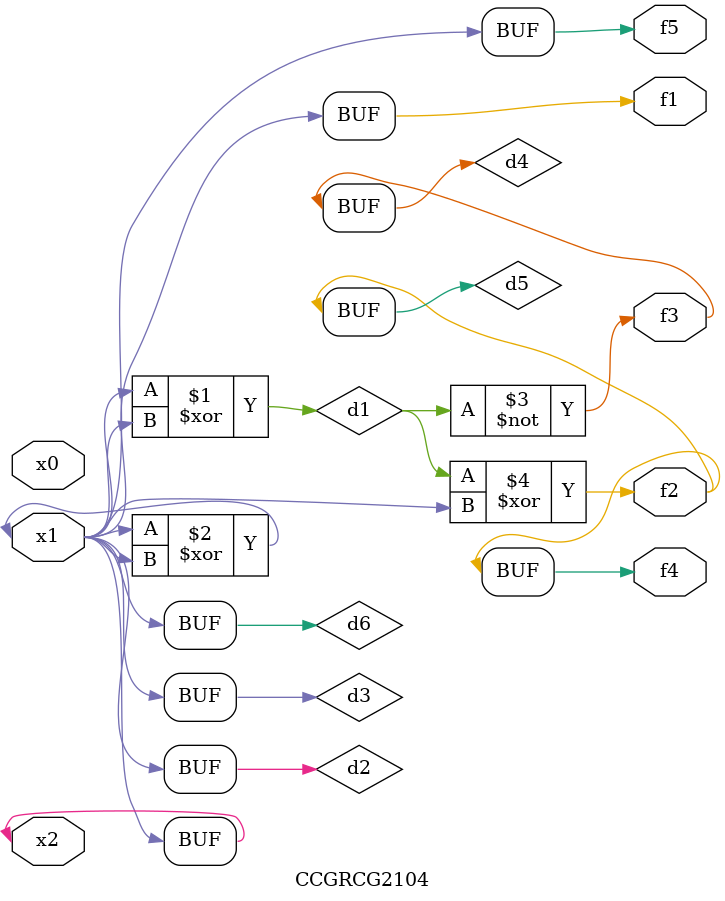
<source format=v>
module CCGRCG2104(
	input x0, x1, x2,
	output f1, f2, f3, f4, f5
);

	wire d1, d2, d3, d4, d5, d6;

	xor (d1, x1, x2);
	buf (d2, x1, x2);
	xor (d3, x1, x2);
	nor (d4, d1);
	xor (d5, d1, d2);
	buf (d6, d2, d3);
	assign f1 = d6;
	assign f2 = d5;
	assign f3 = d4;
	assign f4 = d5;
	assign f5 = d6;
endmodule

</source>
